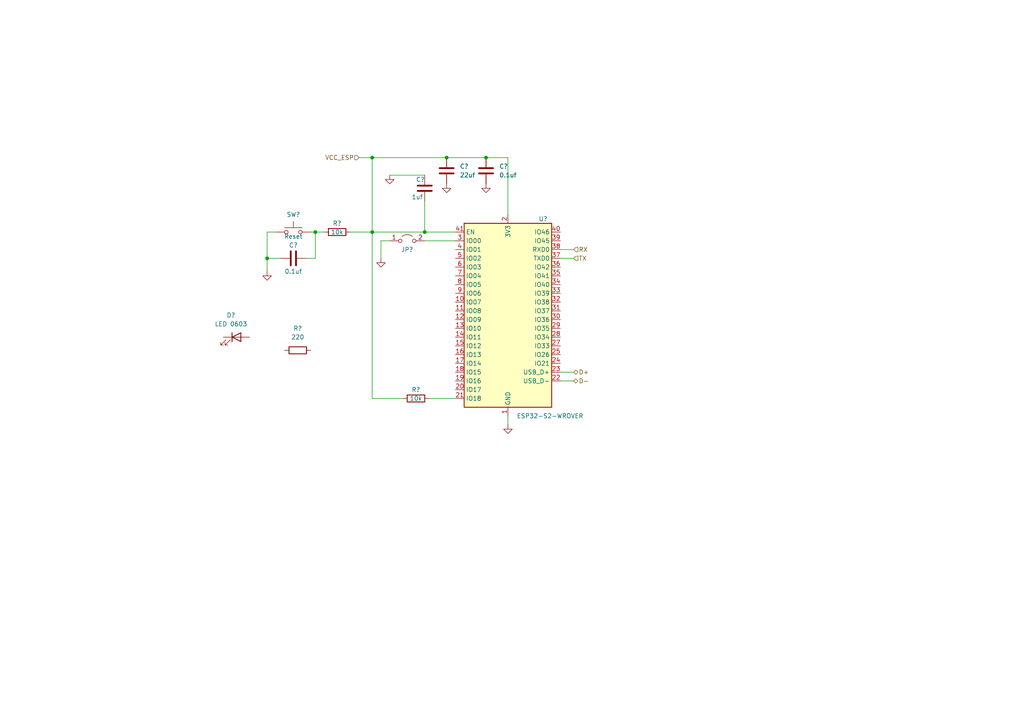
<source format=kicad_sch>
(kicad_sch (version 20211123) (generator eeschema)
  (paper "A4")
  (lib_symbols
    (symbol "Device:C" (pin_numbers hide) (pin_names (offset 0.254))
      (property "Reference" "C" (at 0.635 2.54 0))
      (property "Value" "C" (at 0.635 -2.54 0))
      (symbol "C_0_1"
        (polyline (pts (xy -2.032 -0.762) (xy 2.032 -0.762)) (stroke (width 0.508)))
        (polyline (pts (xy -2.032 0.762) (xy 2.032 0.762)) (stroke (width 0.508)))
      )
      (symbol "C_1_1"
        (pin passive line (at 0 3.81 270) (length 2.794) (name "~") (number "1"))
        (pin passive line (at 0 -3.81 90) (length 2.794) (name "~") (number "2"))
      )
    )
    (symbol "Device:LED" (pin_numbers hide) (pin_names (offset 1.016) hide)
      (property "Reference" "D" (at 0 2.54 0))
      (property "Value" "LED" (at 0 -2.54 0))
      (symbol "LED_0_1"
        (polyline (pts (xy -1.27 -1.27) (xy -1.27 1.27)) (stroke (width 0.254)))
        (polyline (pts (xy -1.27 0) (xy 1.27 0)))
        (polyline (pts (xy 1.27 -1.27) (xy 1.27 1.27) (xy -1.27 0) (xy 1.27 -1.27)) (stroke (width 0.254)))
        (polyline (pts (xy -3.048 -0.762) (xy -4.572 -2.286) (xy -3.81 -2.286) (xy -4.572 -2.286) (xy -4.572 -1.524)))
        (polyline (pts (xy -1.778 -0.762) (xy -3.302 -2.286) (xy -2.54 -2.286) (xy -3.302 -2.286) (xy -3.302 -1.524)))
      )
      (symbol "LED_1_1"
        (pin passive line (at -3.81 0 0) (length 2.54) (name "K") (number "1"))
        (pin passive line (at 3.81 0 180) (length 2.54) (name "A") (number "2"))
      )
    )
    (symbol "Device:R" (pin_numbers hide) (pin_names (offset 0))
      (property "Reference" "R" (at 2.032 0 90))
      (property "Value" "R" (at 0 0 90))
      (symbol "R_0_1"
        (rectangle (start -1.016 -2.54) (end 1.016 2.54) (stroke (width 0.254)))
      )
      (symbol "R_1_1"
        (pin passive line (at 0 3.81 270) (length 1.27) (name "~") (number "1"))
        (pin passive line (at 0 -3.81 90) (length 1.27) (name "~") (number "2"))
      )
    )
    (symbol "Jumper:Jumper_2_Open" (pin_names (offset 0) hide)
      (property "Reference" "JP" (at 0 2.794 0))
      (property "Value" "Jumper_2_Open" (at 0 -2.286 0))
      (symbol "Jumper_2_Open_0_0"
        (circle (center -2.032 0) (radius 0.508))
        (circle (center 2.032 0) (radius 0.508))
      )
      (symbol "Jumper_2_Open_0_1"
        (arc (start 1.524 1.27) (mid 0 1.778) (end -1.524 1.27))
      )
      (symbol "Jumper_2_Open_1_1"
        (pin passive line (at -5.08 0 0) (length 2.54) (name "A") (number "1"))
        (pin passive line (at 5.08 0 180) (length 2.54) (name "B") (number "2"))
      )
    )
    (symbol "RF_Module:ESP32-S2-WROVER"
      (property "Reference" "U" (at -12.7 29.21 0))
      (property "Value" "ESP32-S2-WROVER" (at 2.54 29.21 0))
      (symbol "ESP32-S2-WROVER_0_1"
        (rectangle (start -12.7 27.94) (end 12.7 -25.4) (stroke (width 0.254)) (fill (type background)))
      )
      (symbol "ESP32-S2-WROVER_1_1"
        (pin power_in line (at 0 -27.94 90) (length 2.54) (name "GND") (number "1"))
        (pin bidirectional line (at -15.24 5.08 0) (length 2.54) (name "IO07") (number "10"))
        (pin bidirectional line (at -15.24 2.54 0) (length 2.54) (name "IO08") (number "11"))
        (pin bidirectional line (at -15.24 0 0) (length 2.54) (name "IO09") (number "12"))
        (pin bidirectional line (at -15.24 -2.54 0) (length 2.54) (name "IO10") (number "13"))
        (pin bidirectional line (at -15.24 -5.08 0) (length 2.54) (name "IO11") (number "14"))
        (pin bidirectional line (at -15.24 -7.62 0) (length 2.54) (name "IO12") (number "15"))
        (pin bidirectional line (at -15.24 -10.16 0) (length 2.54) (name "IO13") (number "16"))
        (pin bidirectional line (at -15.24 -12.7 0) (length 2.54) (name "IO14") (number "17"))
        (pin bidirectional line (at -15.24 -15.24 0) (length 2.54) (name "IO15") (number "18"))
        (pin bidirectional line (at -15.24 -17.78 0) (length 2.54) (name "IO16") (number "19"))
        (pin power_in line (at 0 30.48 270) (length 2.54) (name "3V3") (number "2"))
        (pin bidirectional line (at -15.24 -20.32 0) (length 2.54) (name "IO17") (number "20"))
        (pin bidirectional line (at -15.24 -22.86 0) (length 2.54) (name "IO18") (number "21"))
        (pin bidirectional line (at 15.24 -17.78 180) (length 2.54) (name "USB_D-") (number "22"))
        (pin bidirectional line (at 15.24 -15.24 180) (length 2.54) (name "USB_D+") (number "23"))
        (pin bidirectional line (at 15.24 -12.7 180) (length 2.54) (name "IO21") (number "24"))
        (pin bidirectional line (at 15.24 -10.16 180) (length 2.54) (name "IO26") (number "25"))
        (pin passive line (at 0 -27.94 90) (length 2.54) hide (name "GND") (number "26"))
        (pin bidirectional line (at 15.24 -7.62 180) (length 2.54) (name "IO33") (number "27"))
        (pin bidirectional line (at 15.24 -5.08 180) (length 2.54) (name "IO34") (number "28"))
        (pin bidirectional line (at 15.24 -2.54 180) (length 2.54) (name "IO35") (number "29"))
        (pin bidirectional line (at -15.24 22.86 0) (length 2.54) (name "IO00") (number "3"))
        (pin bidirectional line (at 15.24 0 180) (length 2.54) (name "IO36") (number "30"))
        (pin bidirectional line (at 15.24 2.54 180) (length 2.54) (name "IO37") (number "31"))
        (pin bidirectional line (at 15.24 5.08 180) (length 2.54) (name "IO38") (number "32"))
        (pin bidirectional line (at 15.24 7.62 180) (length 2.54) (name "IO39") (number "33"))
        (pin bidirectional line (at 15.24 10.16 180) (length 2.54) (name "IO40") (number "34"))
        (pin bidirectional line (at 15.24 12.7 180) (length 2.54) (name "IO41") (number "35"))
        (pin bidirectional line (at 15.24 15.24 180) (length 2.54) (name "IO42") (number "36"))
        (pin bidirectional line (at 15.24 17.78 180) (length 2.54) (name "TXD0") (number "37"))
        (pin bidirectional line (at 15.24 20.32 180) (length 2.54) (name "RXD0") (number "38"))
        (pin bidirectional line (at 15.24 22.86 180) (length 2.54) (name "IO45") (number "39"))
        (pin bidirectional line (at -15.24 20.32 0) (length 2.54) (name "IO01") (number "4"))
        (pin input line (at 15.24 25.4 180) (length 2.54) (name "IO46") (number "40"))
        (pin input line (at -15.24 25.4 0) (length 2.54) (name "EN") (number "41"))
        (pin passive line (at 0 -27.94 90) (length 2.54) hide (name "GND") (number "42"))
        (pin passive line (at 0 -27.94 90) (length 2.54) hide (name "GND") (number "43"))
        (pin bidirectional line (at -15.24 17.78 0) (length 2.54) (name "IO02") (number "5"))
        (pin bidirectional line (at -15.24 15.24 0) (length 2.54) (name "IO03") (number "6"))
        (pin bidirectional line (at -15.24 12.7 0) (length 2.54) (name "IO04") (number "7"))
        (pin bidirectional line (at -15.24 10.16 0) (length 2.54) (name "IO05") (number "8"))
        (pin bidirectional line (at -15.24 7.62 0) (length 2.54) (name "IO06") (number "9"))
      )
    )
    (symbol "Switch:SW_Push" (pin_numbers hide) (pin_names (offset 1.016) hide)
      (property "Reference" "SW" (at 1.27 2.54 0))
      (property "Value" "SW_Push" (at 0 -1.524 0))
      (symbol "SW_Push_0_1"
        (circle (center -2.032 0) (radius 0.508))
        (polyline (pts (xy 0 1.27) (xy 0 3.048)))
        (polyline (pts (xy 2.54 1.27) (xy -2.54 1.27)))
        (circle (center 2.032 0) (radius 0.508))
        (pin passive line (at -5.08 0 0) (length 2.54) (name "1") (number "1"))
        (pin passive line (at 5.08 0 180) (length 2.54) (name "2") (number "2"))
      )
    )
    (symbol "power:GND" (power) (pin_names (offset 0))
      (property "Value" "GND" (at 0 -3.81 0))
      (symbol "GND_0_1"
        (polyline (pts (xy 0 0) (xy 0 -1.27) (xy 1.27 -1.27) (xy 0 -2.54) (xy -1.27 -1.27) (xy 0 -1.27)))
      )
      (symbol "GND_1_1"
        (pin power_in line (at 0 0 270) (length 0) hide (name "GND") (number "1"))
      )
    )
  )
  (junction (at 107.95 67.31))
  (junction (at 123.19 67.31))
  (junction (at 107.95 45.72))
  (junction (at 77.47 74.93))
  (junction (at 91.44 67.31))
  (junction (at 129.54 45.72))
  (junction (at 140.97 45.72))
  (wire (pts (xy 113.03 69.85) (xy 110.49 69.85)))
  (wire (pts (xy 104.14 45.72) (xy 107.95 45.72)))
  (wire (pts (xy 162.56 110.49) (xy 166.37 110.49)))
  (wire (pts (xy 147.32 45.72) (xy 140.97 45.72)))
  (wire (pts (xy 91.44 67.31) (xy 93.98 67.31)))
  (wire (pts (xy 107.95 115.57) (xy 116.84 115.57)))
  (wire (pts (xy 107.95 45.72) (xy 107.95 67.31)))
  (wire (pts (xy 107.95 67.31) (xy 123.19 67.31)))
  (wire (pts (xy 101.6 67.31) (xy 107.95 67.31)))
  (wire (pts (xy 147.32 120.65) (xy 147.32 123.19)))
  (wire (pts (xy 91.44 74.93) (xy 91.44 67.31)))
  (wire (pts (xy 88.9 74.93) (xy 91.44 74.93)))
  (wire (pts (xy 113.03 50.8) (xy 123.19 50.8)))
  (wire (pts (xy 77.47 67.31) (xy 77.47 74.93)))
  (wire (pts (xy 80.01 67.31) (xy 77.47 67.31)))
  (wire (pts (xy 77.47 74.93) (xy 77.47 78.74)))
  (wire (pts (xy 129.54 45.72) (xy 140.97 45.72)))
  (wire (pts (xy 90.17 67.31) (xy 91.44 67.31)))
  (wire (pts (xy 77.47 74.93) (xy 81.28 74.93)))
  (wire (pts (xy 110.49 69.85) (xy 110.49 74.93)))
  (wire (pts (xy 162.56 74.93) (xy 166.37 74.93)))
  (wire (pts (xy 123.19 69.85) (xy 132.08 69.85)))
  (wire (pts (xy 123.19 67.31) (xy 132.08 67.31)))
  (wire (pts (xy 124.46 115.57) (xy 132.08 115.57)))
  (wire (pts (xy 107.95 67.31) (xy 107.95 115.57)))
  (wire (pts (xy 162.56 107.95) (xy 166.37 107.95)))
  (wire (pts (xy 147.32 45.72) (xy 147.32 62.23)))
  (wire (pts (xy 107.95 45.72) (xy 129.54 45.72)))
  (wire (pts (xy 162.56 72.39) (xy 166.37 72.39)))
  (wire (pts (xy 123.19 58.42) (xy 123.19 67.31)))
  (hierarchical_label "D-" (shape bidirectional) (at 166.37 110.49 0))
  (hierarchical_label "TX" (shape input) (at 166.37 74.93 0))
  (hierarchical_label "RX" (shape input) (at 166.37 72.39 0))
  (hierarchical_label "D+" (shape bidirectional) (at 166.37 107.95 0))
  (hierarchical_label "VCC_ESP" (shape input) (at 104.14 45.72 180))
  (symbol (lib_id "Device:R") (at 86.36 101.6 90) (unit 1)
    (property "Reference" "R?" (at 86.36 95.25 90))
    (property "Value" "220" (at 86.36 97.79 90))
  )
  (symbol (lib_id "Device:C") (at 129.54 49.53 0) (unit 1)
    (property "Reference" "C?" (at 133.35 48.2599 0) (effects (justify left)))
    (property "Value" "22uf" (at 133.35 50.7999 0) (effects (justify left)))
  )
  (symbol (lib_id "Device:C") (at 85.09 74.93 90) (unit 1)
    (property "Reference" "C?" (at 85.09 71.12 90))
    (property "Value" "0.1uf" (at 85.09 78.74 90))
  )
  (symbol (lib_id "Jumper:Jumper_2_Open") (at 118.11 69.85 0) (unit 1)
    (property "Reference" "JP?" (at 118.11 72.39 0))
    (property "Value" "Jumper_2_Open" (effects hide))
  )
  (symbol (lib_id "Device:R") (at 120.65 115.57 90) (unit 1)
    (property "Reference" "R?" (at 120.65 113.03 90))
    (property "Value" "10k" (at 120.65 115.57 90))
  )
  (symbol (lib_id "power:GND") (at 113.03 50.8 0) (unit 1)
    (property "Reference" "#PWR?" (effects hide))
    (property "Value" "GND" (effects hide))
  )
  (symbol (lib_id "Device:LED") (at 68.58 97.79 0) (unit 1)
    (property "Reference" "D?" (at 66.9925 91.44 0))
    (property "Value" "LED 0603" (at 66.9925 93.98 0))
  )
  (symbol (lib_id "power:GND") (at 140.97 53.34 0) (unit 1)
    (property "Reference" "#PWR?" (effects hide))
    (property "Value" "GND" (effects hide))
  )
  (symbol (lib_id "power:GND") (at 147.32 123.19 0) (unit 1)
    (property "Reference" "#PWR?" (effects hide))
    (property "Value" "GND" (effects hide))
  )
  (symbol (lib_id "power:GND") (at 110.49 74.93 0) (unit 1)
    (property "Reference" "#PWR?" (effects hide))
    (property "Value" "GND" (effects hide))
  )
  (symbol (lib_id "Device:C") (at 140.97 49.53 0) (unit 1)
    (property "Reference" "C?" (at 144.78 48.2599 0) (effects (justify left)))
    (property "Value" "0.1uf" (at 144.78 50.7999 0) (effects (justify left)))
  )
  (symbol (lib_id "Switch:SW_Push") (at 85.09 67.31 0) (unit 1)
    (property "Reference" "SW?" (at 85.09 62.23 0))
    (property "Value" "Reset" (at 85.09 68.58 0))
  )
  (symbol (lib_id "power:GND") (at 129.54 53.34 0) (unit 1)
    (property "Reference" "#PWR?" (effects hide))
    (property "Value" "GND" (effects hide))
  )
  (symbol (lib_id "Device:R") (at 97.79 67.31 90) (unit 1)
    (property "Reference" "R?" (at 97.79 64.77 90))
    (property "Value" "10k" (at 97.79 67.31 90))
  )
  (symbol (lib_id "power:GND") (at 77.47 78.74 0) (unit 1)
    (property "Reference" "#PWR?" (effects hide))
    (property "Value" "GND" (effects hide))
  )
  (symbol (lib_id "Device:C") (at 123.19 54.61 0) (unit 1)
    (property "Reference" "C?" (at 120.65 52.07 0) (effects (justify left)))
    (property "Value" "1uf" (at 119.38 57.15 0) (effects (justify left)))
  )
  (symbol (lib_id "RF_Module:ESP32-S2-WROVER") (at 147.32 92.71 0) (unit 1)
    (property "Reference" "U?" (at 156.21 63.5 0) (effects (justify left)))
    (property "Value" "ESP32-S2-WROVER" (at 149.86 120.65 0) (effects (justify left)))
    (property "Footprint" "RF_Module:ESP32-S2-WROVER" (effects hide))
    (property "Datasheet" "https://www.espressif.com/sites/default/files/documentation/esp32-s2-wroom_esp32-s2-wroom-i_datasheet_en.pdf" (effects hide))
  )
)
</source>
